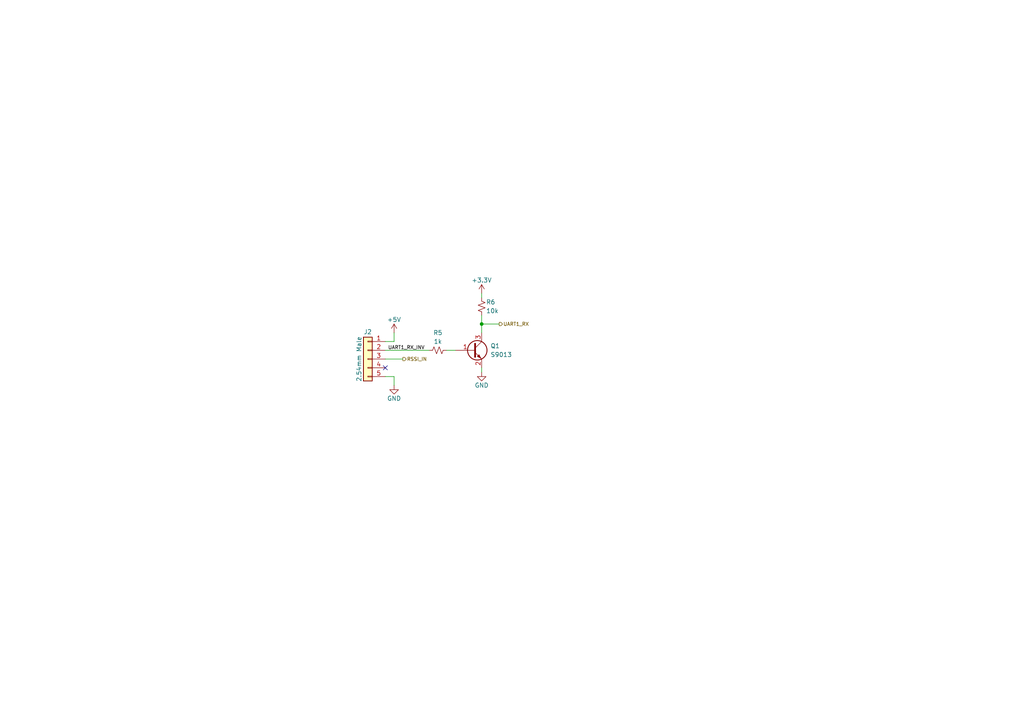
<source format=kicad_sch>
(kicad_sch (version 20231120) (generator "eeschema") (generator_version "8.0")
  (paper "A4")
  (lib_symbols
    (symbol "Connector_Generic:Conn_01x05" (pin_names (offset 1.016) hide)
      (property "Reference" "J" (at 0 7.62 0))
      (property "Value" "Conn_01x05" (at 0 -7.62 0))
      (symbol "Conn_01x05_1_1"
        (rectangle (start -1.27 -4.953) (end 0 -5.207) (stroke (width 0.1524)))
        (rectangle (start -1.27 -2.413) (end 0 -2.667) (stroke (width 0.1524)))
        (rectangle (start -1.27 0.127) (end 0 -0.127) (stroke (width 0.1524)))
        (rectangle (start -1.27 2.667) (end 0 2.413) (stroke (width 0.1524)))
        (rectangle (start -1.27 5.207) (end 0 4.953) (stroke (width 0.1524)))
        (rectangle (start -1.27 6.35) (end 1.27 -6.35) (stroke (width 0.254)) (fill (type background)))
        (pin passive line (at -5.08 5.08 0) (length 3.81) (name "Pin_1") (number "1"))
        (pin passive line (at -5.08 2.54 0) (length 3.81) (name "Pin_2") (number "2"))
        (pin passive line (at -5.08 0 0) (length 3.81) (name "Pin_3") (number "3"))
        (pin passive line (at -5.08 -2.54 0) (length 3.81) (name "Pin_4") (number "4"))
        (pin passive line (at -5.08 -5.08 0) (length 3.81) (name "Pin_5") (number "5"))
      )
    )
    (symbol "Device:Q_NPN_BEC" (pin_names (offset 0) hide)
      (property "Reference" "Q" (at 5.08 1.27 0))
      (property "Value" "Q_NPN_BEC" (at 5.08 -1.27 0))
      (symbol "Q_NPN_BEC_0_1"
        (polyline (pts (xy 0.635 0.635) (xy 2.54 2.54)))
        (polyline (pts (xy 0.635 -0.635) (xy 2.54 -2.54) (xy 2.54 -2.54)))
        (polyline (pts (xy 0.635 1.905) (xy 0.635 -1.905) (xy 0.635 -1.905)) (stroke (width 0.508)))
        (polyline (pts (xy 1.27 -1.778) (xy 1.778 -1.27) (xy 2.286 -2.286) (xy 1.27 -1.778) (xy 1.27 -1.778)) (fill (type outline)))
        (circle (center 1.27 0) (radius 2.8194) (stroke (width 0.254)))
      )
      (symbol "Q_NPN_BEC_1_1"
        (pin input line (at -5.08 0 0) (length 5.715) (name "B") (number "1"))
        (pin passive line (at 2.54 -5.08 90) (length 2.54) (name "E") (number "2"))
        (pin passive line (at 2.54 5.08 270) (length 2.54) (name "C") (number "3"))
      )
    )
    (symbol "Device:R_Small_US" (pin_numbers hide) (pin_names (offset 0.254) hide)
      (property "Reference" "R" (at 0.762 0.508 0))
      (property "Value" "R_Small_US" (at 0.762 -1.016 0))
      (symbol "R_Small_US_1_1"
        (polyline (pts (xy 0 0) (xy 1.016 -0.381) (xy 0 -0.762) (xy -1.016 -1.143) (xy 0 -1.524)))
        (polyline (pts (xy 0 1.524) (xy 1.016 1.143) (xy 0 0.762) (xy -1.016 0.381) (xy 0 0)))
        (pin passive line (at 0 2.54 270) (length 1.016) (name "~") (number "1"))
        (pin passive line (at 0 -2.54 90) (length 1.016) (name "~") (number "2"))
      )
    )
    (symbol "power:+3.3V" (power) (pin_names (offset 0))
      (property "Value" "+3.3V" (at 0 3.556 0))
      (symbol "+3.3V_0_1"
        (polyline (pts (xy -0.762 1.27) (xy 0 2.54)))
        (polyline (pts (xy 0 0) (xy 0 2.54)))
        (polyline (pts (xy 0 2.54) (xy 0.762 1.27)))
      )
      (symbol "+3.3V_1_1"
        (pin power_in line (at 0 0 90) (length 0) hide (name "+3.3V") (number "1"))
      )
    )
    (symbol "power:+5V" (power) (pin_names (offset 0))
      (property "Value" "+5V" (at 0 3.556 0))
      (symbol "+5V_0_1"
        (polyline (pts (xy -0.762 1.27) (xy 0 2.54)))
        (polyline (pts (xy 0 0) (xy 0 2.54)))
        (polyline (pts (xy 0 2.54) (xy 0.762 1.27)))
      )
      (symbol "+5V_1_1"
        (pin power_in line (at 0 0 90) (length 0) hide (name "+5V") (number "1"))
      )
    )
    (symbol "power:GND" (power) (pin_names (offset 0))
      (property "Value" "GND" (at 0 -3.81 0))
      (symbol "GND_0_1"
        (polyline (pts (xy 0 0) (xy 0 -1.27) (xy 1.27 -1.27) (xy 0 -2.54) (xy -1.27 -1.27) (xy 0 -1.27)))
      )
      (symbol "GND_1_1"
        (pin power_in line (at 0 0 270) (length 0) hide (name "GND") (number "1"))
      )
    )
  )
  (junction (at 139.7 93.98))
  (no_connect (at 111.76 106.68))
  (wire (pts (xy 111.76 101.6) (xy 124.46 101.6)))
  (wire (pts (xy 139.7 106.68) (xy 139.7 107.95)))
  (wire (pts (xy 111.76 109.22) (xy 114.3 109.22)))
  (wire (pts (xy 111.76 104.14) (xy 116.84 104.14)))
  (wire (pts (xy 139.7 85.09) (xy 139.7 86.36)))
  (wire (pts (xy 114.3 96.52) (xy 114.3 99.06)))
  (wire (pts (xy 114.3 109.22) (xy 114.3 111.76)))
  (wire (pts (xy 139.7 91.44) (xy 139.7 93.98)))
  (wire (pts (xy 139.7 93.98) (xy 139.7 96.52)))
  (wire (pts (xy 111.76 99.06) (xy 114.3 99.06)))
  (wire (pts (xy 129.54 101.6) (xy 132.08 101.6)))
  (wire (pts (xy 139.7 93.98) (xy 144.78 93.98)))
  (label "UART1_RX_INV" (at 123.19 101.6 180) (effects (font (size 1 1))))
  (hierarchical_label "RSSI_IN" (shape output) (at 116.84 104.14 0) (effects (font (size 1 1))))
  (hierarchical_label "UART1_RX" (shape output) (at 144.78 93.98 0) (effects (font (size 1 1))))
  (symbol (lib_id "power:GND") (at 114.3 111.76 0) (unit 1)
    (property "Reference" "#PWR012" (effects (hide yes)))
    (property "Value" "GND" (at 114.3 115.57 0))
  )
  (symbol (lib_id "Device:R_Small_US") (at 139.7 88.9 0) (unit 1)
    (property "Reference" "R6" (at 140.97 87.63 0) (effects (justify left)))
    (property "Value" "10k" (at 140.97 90.17 0) (effects (justify left)))
    (property "Footprint" "Resistor_SMD:R_0402_1005Metric" (effects (hide yes)))
    (property "Description" "Resistor, small US symbol" (effects (hide yes)))
  )
  (symbol (lib_id "Connector_Generic:Conn_01x05") (at 106.68 104.14 0) (mirror y) (unit 1)
    (property "Reference" "J2" (at 106.68 96.266 0))
    (property "Value" "2.54mm Male" (at 104.14 104.14 90))
    (property "Footprint" "Connector_PinHeader_2.54mm:PinHeader_1x03_P2.54mm_Vertical" (effects (hide yes)))
    (property "Description" "Generic connector, single row, 01x05, script generated (kicad-library-utils/schlib/autogen/connector/)" (effects (hide yes)))
  )
  (symbol (lib_id "power:+3.3V") (at 139.7 85.09 0) (unit 1)
    (property "Reference" "#PWR019" (effects (hide yes)))
    (property "Value" "+3.3V" (at 139.7 81.28 0))
  )
  (symbol (lib_id "Device:Q_NPN_BEC") (at 137.16 101.6 0) (unit 1)
    (property "Reference" "Q1" (at 142.24 100.3299 0) (effects (justify left)))
    (property "Value" "S9013" (at 142.24 102.8699 0) (effects (justify left)))
    (property "Footprint" "digikey-footprints:SOT-23-3" (effects (hide yes)))
  )
  (symbol (lib_id "power:GND") (at 139.7 107.95 0) (unit 1)
    (property "Reference" "#PWR020" (effects (hide yes)))
    (property "Value" "GND" (at 139.7 111.76 0))
  )
  (symbol (lib_id "power:+5V") (at 114.3 96.52 0) (unit 1)
    (property "Reference" "#PWR011" (effects (hide yes)))
    (property "Value" "+5V" (at 114.3 92.71 0))
  )
  (symbol (lib_id "Device:R_Small_US") (at 127 101.6 90) (unit 1)
    (property "Reference" "R5" (at 127 96.52 90))
    (property "Value" "1k" (at 127 99.06 90))
    (property "Footprint" "Resistor_SMD:R_0402_1005Metric" (effects (hide yes)))
    (property "Description" "Resistor, small US symbol" (effects (hide yes)))
  )
)
</source>
